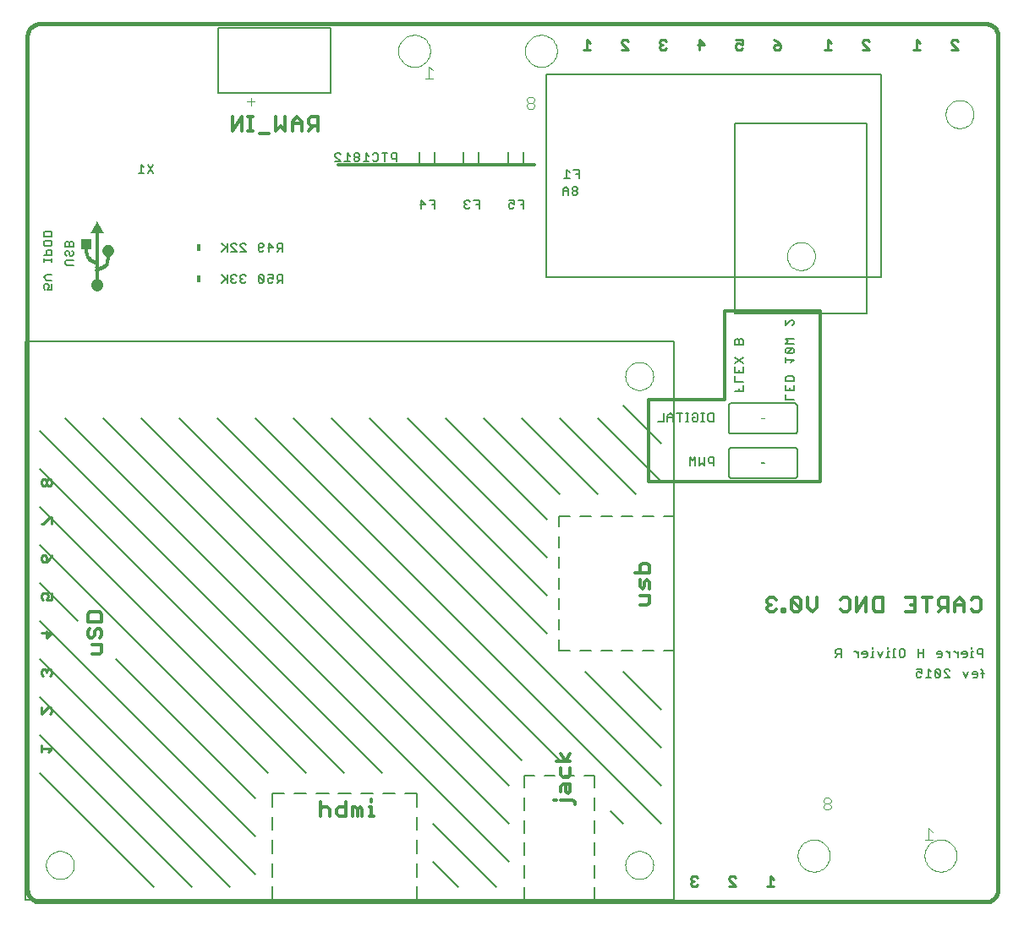
<source format=gbo>
G75*
%MOIN*%
%OFA0B0*%
%FSLAX24Y24*%
%IPPOS*%
%LPD*%
%AMOC8*
5,1,8,0,0,1.08239X$1,22.5*
%
%ADD10C,0.0160*%
%ADD11C,0.0000*%
%ADD12C,0.0140*%
%ADD13C,0.0080*%
%ADD14C,0.0120*%
%ADD15C,0.0040*%
%ADD16C,0.0050*%
%ADD17C,0.0100*%
%ADD18R,0.0130X0.0010*%
%ADD19R,0.0180X0.0010*%
%ADD20R,0.0220X0.0010*%
%ADD21R,0.0250X0.0010*%
%ADD22R,0.0280X0.0010*%
%ADD23R,0.0300X0.0010*%
%ADD24R,0.0320X0.0010*%
%ADD25R,0.0340X0.0010*%
%ADD26R,0.0360X0.0010*%
%ADD27R,0.0370X0.0010*%
%ADD28R,0.0390X0.0010*%
%ADD29R,0.0410X0.0010*%
%ADD30R,0.0430X0.0010*%
%ADD31R,0.0440X0.0010*%
%ADD32R,0.0450X0.0010*%
%ADD33R,0.0460X0.0010*%
%ADD34R,0.0420X0.0010*%
%ADD35R,0.0400X0.0010*%
%ADD36R,0.0380X0.0010*%
%ADD37R,0.0350X0.0010*%
%ADD38R,0.0270X0.0010*%
%ADD39R,0.0240X0.0010*%
%ADD40R,0.0210X0.0010*%
%ADD41R,0.0160X0.0010*%
%ADD42R,0.0140X0.0010*%
%ADD43R,0.0150X0.0010*%
%ADD44R,0.0170X0.0010*%
%ADD45R,0.0190X0.0010*%
%ADD46R,0.0290X0.0010*%
%ADD47R,0.0330X0.0010*%
%ADD48R,0.0260X0.0010*%
%ADD49R,0.0230X0.0010*%
%ADD50R,0.0200X0.0010*%
%ADD51R,0.0310X0.0010*%
%ADD52R,0.0010X0.0010*%
%ADD53R,0.0510X0.0010*%
%ADD54R,0.0500X0.0010*%
%ADD55R,0.0490X0.0010*%
%ADD56R,0.0470X0.0010*%
%ADD57R,0.0120X0.0010*%
%ADD58R,0.0110X0.0010*%
%ADD59R,0.0100X0.0010*%
%ADD60R,0.0080X0.0010*%
%ADD61R,0.0060X0.0010*%
%ADD62R,0.0040X0.0010*%
%ADD63R,0.0020X0.0010*%
%ADD64R,0.0180X0.0300*%
%ADD65C,0.0060*%
D10*
X008367Y006725D02*
X008367Y040371D01*
X008369Y040415D01*
X008375Y040458D01*
X008384Y040500D01*
X008397Y040542D01*
X008414Y040582D01*
X008434Y040621D01*
X008457Y040658D01*
X008484Y040692D01*
X008513Y040725D01*
X008546Y040754D01*
X008580Y040781D01*
X008617Y040804D01*
X008656Y040824D01*
X008696Y040841D01*
X008738Y040854D01*
X008780Y040863D01*
X008823Y040869D01*
X008867Y040871D01*
X046135Y040871D01*
X046179Y040869D01*
X046222Y040863D01*
X046264Y040854D01*
X046306Y040841D01*
X046346Y040824D01*
X046385Y040804D01*
X046422Y040781D01*
X046456Y040754D01*
X046489Y040725D01*
X046518Y040692D01*
X046545Y040658D01*
X046568Y040621D01*
X046588Y040582D01*
X046605Y040542D01*
X046618Y040500D01*
X046627Y040458D01*
X046633Y040415D01*
X046635Y040371D01*
X046635Y006725D01*
X046633Y006681D01*
X046627Y006638D01*
X046618Y006596D01*
X046605Y006554D01*
X046588Y006514D01*
X046568Y006475D01*
X046545Y006438D01*
X046518Y006404D01*
X046489Y006371D01*
X046456Y006342D01*
X046422Y006315D01*
X046385Y006292D01*
X046346Y006272D01*
X046306Y006255D01*
X046264Y006242D01*
X046222Y006233D01*
X046179Y006227D01*
X046135Y006225D01*
X008867Y006225D01*
X008823Y006227D01*
X008780Y006233D01*
X008738Y006242D01*
X008696Y006255D01*
X008656Y006272D01*
X008617Y006292D01*
X008580Y006315D01*
X008546Y006342D01*
X008513Y006371D01*
X008484Y006404D01*
X008457Y006438D01*
X008434Y006475D01*
X008414Y006514D01*
X008397Y006554D01*
X008384Y006596D01*
X008375Y006638D01*
X008369Y006681D01*
X008367Y006725D01*
D11*
X009103Y007678D02*
X009105Y007725D01*
X009111Y007771D01*
X009121Y007817D01*
X009134Y007862D01*
X009152Y007905D01*
X009173Y007947D01*
X009197Y007987D01*
X009225Y008024D01*
X009256Y008059D01*
X009290Y008092D01*
X009326Y008121D01*
X009365Y008147D01*
X009406Y008170D01*
X009449Y008189D01*
X009493Y008205D01*
X009538Y008217D01*
X009584Y008225D01*
X009631Y008229D01*
X009677Y008229D01*
X009724Y008225D01*
X009770Y008217D01*
X009815Y008205D01*
X009859Y008189D01*
X009902Y008170D01*
X009943Y008147D01*
X009982Y008121D01*
X010018Y008092D01*
X010052Y008059D01*
X010083Y008024D01*
X010111Y007987D01*
X010135Y007947D01*
X010156Y007905D01*
X010174Y007862D01*
X010187Y007817D01*
X010197Y007771D01*
X010203Y007725D01*
X010205Y007678D01*
X010203Y007631D01*
X010197Y007585D01*
X010187Y007539D01*
X010174Y007494D01*
X010156Y007451D01*
X010135Y007409D01*
X010111Y007369D01*
X010083Y007332D01*
X010052Y007297D01*
X010018Y007264D01*
X009982Y007235D01*
X009943Y007209D01*
X009902Y007186D01*
X009859Y007167D01*
X009815Y007151D01*
X009770Y007139D01*
X009724Y007131D01*
X009677Y007127D01*
X009631Y007127D01*
X009584Y007131D01*
X009538Y007139D01*
X009493Y007151D01*
X009449Y007167D01*
X009406Y007186D01*
X009365Y007209D01*
X009326Y007235D01*
X009290Y007264D01*
X009256Y007297D01*
X009225Y007332D01*
X009197Y007369D01*
X009173Y007409D01*
X009152Y007451D01*
X009134Y007494D01*
X009121Y007539D01*
X009111Y007585D01*
X009105Y007631D01*
X009103Y007678D01*
X031938Y007678D02*
X031940Y007725D01*
X031946Y007771D01*
X031956Y007817D01*
X031969Y007862D01*
X031987Y007905D01*
X032008Y007947D01*
X032032Y007987D01*
X032060Y008024D01*
X032091Y008059D01*
X032125Y008092D01*
X032161Y008121D01*
X032200Y008147D01*
X032241Y008170D01*
X032284Y008189D01*
X032328Y008205D01*
X032373Y008217D01*
X032419Y008225D01*
X032466Y008229D01*
X032512Y008229D01*
X032559Y008225D01*
X032605Y008217D01*
X032650Y008205D01*
X032694Y008189D01*
X032737Y008170D01*
X032778Y008147D01*
X032817Y008121D01*
X032853Y008092D01*
X032887Y008059D01*
X032918Y008024D01*
X032946Y007987D01*
X032970Y007947D01*
X032991Y007905D01*
X033009Y007862D01*
X033022Y007817D01*
X033032Y007771D01*
X033038Y007725D01*
X033040Y007678D01*
X033038Y007631D01*
X033032Y007585D01*
X033022Y007539D01*
X033009Y007494D01*
X032991Y007451D01*
X032970Y007409D01*
X032946Y007369D01*
X032918Y007332D01*
X032887Y007297D01*
X032853Y007264D01*
X032817Y007235D01*
X032778Y007209D01*
X032737Y007186D01*
X032694Y007167D01*
X032650Y007151D01*
X032605Y007139D01*
X032559Y007131D01*
X032512Y007127D01*
X032466Y007127D01*
X032419Y007131D01*
X032373Y007139D01*
X032328Y007151D01*
X032284Y007167D01*
X032241Y007186D01*
X032200Y007209D01*
X032161Y007235D01*
X032125Y007264D01*
X032091Y007297D01*
X032060Y007332D01*
X032032Y007369D01*
X032008Y007409D01*
X031987Y007451D01*
X031969Y007494D01*
X031956Y007539D01*
X031946Y007585D01*
X031940Y007631D01*
X031938Y007678D01*
X038737Y008050D02*
X038739Y008100D01*
X038745Y008150D01*
X038755Y008199D01*
X038769Y008247D01*
X038786Y008294D01*
X038807Y008339D01*
X038832Y008383D01*
X038860Y008424D01*
X038892Y008463D01*
X038926Y008500D01*
X038963Y008534D01*
X039003Y008564D01*
X039045Y008591D01*
X039089Y008615D01*
X039135Y008636D01*
X039182Y008652D01*
X039230Y008665D01*
X039280Y008674D01*
X039329Y008679D01*
X039380Y008680D01*
X039430Y008677D01*
X039479Y008670D01*
X039528Y008659D01*
X039576Y008644D01*
X039622Y008626D01*
X039667Y008604D01*
X039710Y008578D01*
X039751Y008549D01*
X039790Y008517D01*
X039826Y008482D01*
X039858Y008444D01*
X039888Y008404D01*
X039915Y008361D01*
X039938Y008317D01*
X039957Y008271D01*
X039973Y008223D01*
X039985Y008174D01*
X039993Y008125D01*
X039997Y008075D01*
X039997Y008025D01*
X039993Y007975D01*
X039985Y007926D01*
X039973Y007877D01*
X039957Y007829D01*
X039938Y007783D01*
X039915Y007739D01*
X039888Y007696D01*
X039858Y007656D01*
X039826Y007618D01*
X039790Y007583D01*
X039751Y007551D01*
X039710Y007522D01*
X039667Y007496D01*
X039622Y007474D01*
X039576Y007456D01*
X039528Y007441D01*
X039479Y007430D01*
X039430Y007423D01*
X039380Y007420D01*
X039329Y007421D01*
X039280Y007426D01*
X039230Y007435D01*
X039182Y007448D01*
X039135Y007464D01*
X039089Y007485D01*
X039045Y007509D01*
X039003Y007536D01*
X038963Y007566D01*
X038926Y007600D01*
X038892Y007637D01*
X038860Y007676D01*
X038832Y007717D01*
X038807Y007761D01*
X038786Y007806D01*
X038769Y007853D01*
X038755Y007901D01*
X038745Y007950D01*
X038739Y008000D01*
X038737Y008050D01*
X043737Y008050D02*
X043739Y008100D01*
X043745Y008150D01*
X043755Y008199D01*
X043769Y008247D01*
X043786Y008294D01*
X043807Y008339D01*
X043832Y008383D01*
X043860Y008424D01*
X043892Y008463D01*
X043926Y008500D01*
X043963Y008534D01*
X044003Y008564D01*
X044045Y008591D01*
X044089Y008615D01*
X044135Y008636D01*
X044182Y008652D01*
X044230Y008665D01*
X044280Y008674D01*
X044329Y008679D01*
X044380Y008680D01*
X044430Y008677D01*
X044479Y008670D01*
X044528Y008659D01*
X044576Y008644D01*
X044622Y008626D01*
X044667Y008604D01*
X044710Y008578D01*
X044751Y008549D01*
X044790Y008517D01*
X044826Y008482D01*
X044858Y008444D01*
X044888Y008404D01*
X044915Y008361D01*
X044938Y008317D01*
X044957Y008271D01*
X044973Y008223D01*
X044985Y008174D01*
X044993Y008125D01*
X044997Y008075D01*
X044997Y008025D01*
X044993Y007975D01*
X044985Y007926D01*
X044973Y007877D01*
X044957Y007829D01*
X044938Y007783D01*
X044915Y007739D01*
X044888Y007696D01*
X044858Y007656D01*
X044826Y007618D01*
X044790Y007583D01*
X044751Y007551D01*
X044710Y007522D01*
X044667Y007496D01*
X044622Y007474D01*
X044576Y007456D01*
X044528Y007441D01*
X044479Y007430D01*
X044430Y007423D01*
X044380Y007420D01*
X044329Y007421D01*
X044280Y007426D01*
X044230Y007435D01*
X044182Y007448D01*
X044135Y007464D01*
X044089Y007485D01*
X044045Y007509D01*
X044003Y007536D01*
X043963Y007566D01*
X043926Y007600D01*
X043892Y007637D01*
X043860Y007676D01*
X043832Y007717D01*
X043807Y007761D01*
X043786Y007806D01*
X043769Y007853D01*
X043755Y007901D01*
X043745Y007950D01*
X043739Y008000D01*
X043737Y008050D01*
X037405Y023550D02*
X037404Y023550D01*
X037402Y023551D01*
X037402Y023558D01*
X037401Y023558D02*
X037404Y023558D01*
X037399Y023558D02*
X037399Y023551D01*
X037398Y023550D01*
X037395Y023550D01*
X037394Y023551D01*
X037394Y023558D01*
X037392Y023558D02*
X037389Y023555D01*
X037387Y023558D01*
X037387Y023550D01*
X037385Y023550D02*
X037385Y023558D01*
X037381Y023558D01*
X037379Y023557D01*
X037379Y023554D01*
X037381Y023553D01*
X037385Y023553D01*
X037392Y023550D02*
X037392Y023558D01*
X037377Y023558D02*
X037377Y023550D01*
X037372Y023550D01*
X037370Y023550D02*
X037370Y023558D01*
X037366Y023558D01*
X037365Y023557D01*
X037365Y023554D01*
X037366Y023553D01*
X037370Y023553D01*
X037367Y023553D02*
X037365Y023550D01*
X037363Y023554D02*
X037358Y023554D01*
X037356Y023553D02*
X037352Y023553D01*
X037350Y023554D01*
X037350Y023557D01*
X037352Y023558D01*
X037356Y023558D01*
X037356Y023550D01*
X037348Y023550D02*
X037348Y023555D01*
X037346Y023558D01*
X037343Y023555D01*
X037343Y023550D01*
X037341Y023550D02*
X037337Y023550D01*
X037336Y023551D01*
X037336Y023557D01*
X037337Y023558D01*
X037341Y023558D01*
X037341Y023550D01*
X037343Y023554D02*
X037348Y023554D01*
X037334Y023554D02*
X037329Y023554D01*
X037327Y023557D02*
X037325Y023558D01*
X037323Y023558D01*
X037321Y023557D01*
X037321Y023555D01*
X037323Y023554D01*
X037321Y023553D01*
X037321Y023551D01*
X037323Y023550D01*
X037325Y023550D01*
X037327Y023551D01*
X037324Y023554D02*
X037323Y023554D01*
X037319Y023554D02*
X037314Y023554D01*
X037312Y023558D02*
X037307Y023550D01*
X037307Y023558D01*
X037305Y023557D02*
X037305Y023551D01*
X037303Y023550D01*
X037301Y023550D01*
X037300Y023551D01*
X037300Y023557D01*
X037301Y023558D01*
X037303Y023558D01*
X037305Y023557D01*
X037312Y023558D02*
X037312Y023550D01*
X037372Y023558D02*
X037377Y023558D01*
X037377Y023554D02*
X037375Y023554D01*
X037405Y023550D02*
X037406Y023551D01*
X037405Y025300D02*
X037404Y025300D01*
X037402Y025301D01*
X037402Y025308D01*
X037401Y025308D02*
X037404Y025308D01*
X037399Y025308D02*
X037399Y025301D01*
X037398Y025300D01*
X037395Y025300D01*
X037394Y025301D01*
X037394Y025308D01*
X037392Y025308D02*
X037389Y025305D01*
X037387Y025308D01*
X037387Y025300D01*
X037385Y025300D02*
X037385Y025308D01*
X037381Y025308D01*
X037379Y025307D01*
X037379Y025304D01*
X037381Y025303D01*
X037385Y025303D01*
X037392Y025300D02*
X037392Y025308D01*
X037377Y025308D02*
X037377Y025300D01*
X037372Y025300D01*
X037370Y025300D02*
X037370Y025308D01*
X037366Y025308D01*
X037365Y025307D01*
X037365Y025304D01*
X037366Y025303D01*
X037370Y025303D01*
X037367Y025303D02*
X037365Y025300D01*
X037363Y025304D02*
X037358Y025304D01*
X037356Y025303D02*
X037352Y025303D01*
X037350Y025304D01*
X037350Y025307D01*
X037352Y025308D01*
X037356Y025308D01*
X037356Y025300D01*
X037348Y025300D02*
X037348Y025305D01*
X037346Y025308D01*
X037343Y025305D01*
X037343Y025300D01*
X037341Y025300D02*
X037337Y025300D01*
X037336Y025301D01*
X037336Y025307D01*
X037337Y025308D01*
X037341Y025308D01*
X037341Y025300D01*
X037343Y025304D02*
X037348Y025304D01*
X037334Y025304D02*
X037329Y025304D01*
X037327Y025307D02*
X037325Y025308D01*
X037323Y025308D01*
X037321Y025307D01*
X037321Y025305D01*
X037323Y025304D01*
X037321Y025303D01*
X037321Y025301D01*
X037323Y025300D01*
X037325Y025300D01*
X037327Y025301D01*
X037324Y025304D02*
X037323Y025304D01*
X037319Y025304D02*
X037314Y025304D01*
X037312Y025308D02*
X037307Y025300D01*
X037307Y025308D01*
X037305Y025307D02*
X037305Y025301D01*
X037303Y025300D01*
X037301Y025300D01*
X037300Y025301D01*
X037300Y025307D01*
X037301Y025308D01*
X037303Y025308D01*
X037305Y025307D01*
X037312Y025308D02*
X037312Y025300D01*
X037372Y025308D02*
X037377Y025308D01*
X037377Y025304D02*
X037375Y025304D01*
X037405Y025300D02*
X037406Y025301D01*
X031938Y026969D02*
X031940Y027016D01*
X031946Y027062D01*
X031956Y027108D01*
X031969Y027153D01*
X031987Y027196D01*
X032008Y027238D01*
X032032Y027278D01*
X032060Y027315D01*
X032091Y027350D01*
X032125Y027383D01*
X032161Y027412D01*
X032200Y027438D01*
X032241Y027461D01*
X032284Y027480D01*
X032328Y027496D01*
X032373Y027508D01*
X032419Y027516D01*
X032466Y027520D01*
X032512Y027520D01*
X032559Y027516D01*
X032605Y027508D01*
X032650Y027496D01*
X032694Y027480D01*
X032737Y027461D01*
X032778Y027438D01*
X032817Y027412D01*
X032853Y027383D01*
X032887Y027350D01*
X032918Y027315D01*
X032946Y027278D01*
X032970Y027238D01*
X032991Y027196D01*
X033009Y027153D01*
X033022Y027108D01*
X033032Y027062D01*
X033038Y027016D01*
X033040Y026969D01*
X033038Y026922D01*
X033032Y026876D01*
X033022Y026830D01*
X033009Y026785D01*
X032991Y026742D01*
X032970Y026700D01*
X032946Y026660D01*
X032918Y026623D01*
X032887Y026588D01*
X032853Y026555D01*
X032817Y026526D01*
X032778Y026500D01*
X032737Y026477D01*
X032694Y026458D01*
X032650Y026442D01*
X032605Y026430D01*
X032559Y026422D01*
X032512Y026418D01*
X032466Y026418D01*
X032419Y026422D01*
X032373Y026430D01*
X032328Y026442D01*
X032284Y026458D01*
X032241Y026477D01*
X032200Y026500D01*
X032161Y026526D01*
X032125Y026555D01*
X032091Y026588D01*
X032060Y026623D01*
X032032Y026660D01*
X032008Y026700D01*
X031987Y026742D01*
X031969Y026785D01*
X031956Y026830D01*
X031946Y026876D01*
X031940Y026922D01*
X031938Y026969D01*
X038316Y031700D02*
X038318Y031747D01*
X038324Y031793D01*
X038334Y031839D01*
X038347Y031884D01*
X038365Y031927D01*
X038386Y031969D01*
X038410Y032009D01*
X038438Y032046D01*
X038469Y032081D01*
X038503Y032114D01*
X038539Y032143D01*
X038578Y032169D01*
X038619Y032192D01*
X038662Y032211D01*
X038706Y032227D01*
X038751Y032239D01*
X038797Y032247D01*
X038844Y032251D01*
X038890Y032251D01*
X038937Y032247D01*
X038983Y032239D01*
X039028Y032227D01*
X039072Y032211D01*
X039115Y032192D01*
X039156Y032169D01*
X039195Y032143D01*
X039231Y032114D01*
X039265Y032081D01*
X039296Y032046D01*
X039324Y032009D01*
X039348Y031969D01*
X039369Y031927D01*
X039387Y031884D01*
X039400Y031839D01*
X039410Y031793D01*
X039416Y031747D01*
X039418Y031700D01*
X039416Y031653D01*
X039410Y031607D01*
X039400Y031561D01*
X039387Y031516D01*
X039369Y031473D01*
X039348Y031431D01*
X039324Y031391D01*
X039296Y031354D01*
X039265Y031319D01*
X039231Y031286D01*
X039195Y031257D01*
X039156Y031231D01*
X039115Y031208D01*
X039072Y031189D01*
X039028Y031173D01*
X038983Y031161D01*
X038937Y031153D01*
X038890Y031149D01*
X038844Y031149D01*
X038797Y031153D01*
X038751Y031161D01*
X038706Y031173D01*
X038662Y031189D01*
X038619Y031208D01*
X038578Y031231D01*
X038539Y031257D01*
X038503Y031286D01*
X038469Y031319D01*
X038438Y031354D01*
X038410Y031391D01*
X038386Y031431D01*
X038365Y031473D01*
X038347Y031516D01*
X038334Y031561D01*
X038324Y031607D01*
X038318Y031653D01*
X038316Y031700D01*
X044566Y037300D02*
X044568Y037347D01*
X044574Y037393D01*
X044584Y037439D01*
X044597Y037484D01*
X044615Y037527D01*
X044636Y037569D01*
X044660Y037609D01*
X044688Y037646D01*
X044719Y037681D01*
X044753Y037714D01*
X044789Y037743D01*
X044828Y037769D01*
X044869Y037792D01*
X044912Y037811D01*
X044956Y037827D01*
X045001Y037839D01*
X045047Y037847D01*
X045094Y037851D01*
X045140Y037851D01*
X045187Y037847D01*
X045233Y037839D01*
X045278Y037827D01*
X045322Y037811D01*
X045365Y037792D01*
X045406Y037769D01*
X045445Y037743D01*
X045481Y037714D01*
X045515Y037681D01*
X045546Y037646D01*
X045574Y037609D01*
X045598Y037569D01*
X045619Y037527D01*
X045637Y037484D01*
X045650Y037439D01*
X045660Y037393D01*
X045666Y037347D01*
X045668Y037300D01*
X045666Y037253D01*
X045660Y037207D01*
X045650Y037161D01*
X045637Y037116D01*
X045619Y037073D01*
X045598Y037031D01*
X045574Y036991D01*
X045546Y036954D01*
X045515Y036919D01*
X045481Y036886D01*
X045445Y036857D01*
X045406Y036831D01*
X045365Y036808D01*
X045322Y036789D01*
X045278Y036773D01*
X045233Y036761D01*
X045187Y036753D01*
X045140Y036749D01*
X045094Y036749D01*
X045047Y036753D01*
X045001Y036761D01*
X044956Y036773D01*
X044912Y036789D01*
X044869Y036808D01*
X044828Y036831D01*
X044789Y036857D01*
X044753Y036886D01*
X044719Y036919D01*
X044688Y036954D01*
X044660Y036991D01*
X044636Y037031D01*
X044615Y037073D01*
X044597Y037116D01*
X044584Y037161D01*
X044574Y037207D01*
X044568Y037253D01*
X044566Y037300D01*
X027987Y039800D02*
X027989Y039850D01*
X027995Y039900D01*
X028005Y039949D01*
X028019Y039997D01*
X028036Y040044D01*
X028057Y040089D01*
X028082Y040133D01*
X028110Y040174D01*
X028142Y040213D01*
X028176Y040250D01*
X028213Y040284D01*
X028253Y040314D01*
X028295Y040341D01*
X028339Y040365D01*
X028385Y040386D01*
X028432Y040402D01*
X028480Y040415D01*
X028530Y040424D01*
X028579Y040429D01*
X028630Y040430D01*
X028680Y040427D01*
X028729Y040420D01*
X028778Y040409D01*
X028826Y040394D01*
X028872Y040376D01*
X028917Y040354D01*
X028960Y040328D01*
X029001Y040299D01*
X029040Y040267D01*
X029076Y040232D01*
X029108Y040194D01*
X029138Y040154D01*
X029165Y040111D01*
X029188Y040067D01*
X029207Y040021D01*
X029223Y039973D01*
X029235Y039924D01*
X029243Y039875D01*
X029247Y039825D01*
X029247Y039775D01*
X029243Y039725D01*
X029235Y039676D01*
X029223Y039627D01*
X029207Y039579D01*
X029188Y039533D01*
X029165Y039489D01*
X029138Y039446D01*
X029108Y039406D01*
X029076Y039368D01*
X029040Y039333D01*
X029001Y039301D01*
X028960Y039272D01*
X028917Y039246D01*
X028872Y039224D01*
X028826Y039206D01*
X028778Y039191D01*
X028729Y039180D01*
X028680Y039173D01*
X028630Y039170D01*
X028579Y039171D01*
X028530Y039176D01*
X028480Y039185D01*
X028432Y039198D01*
X028385Y039214D01*
X028339Y039235D01*
X028295Y039259D01*
X028253Y039286D01*
X028213Y039316D01*
X028176Y039350D01*
X028142Y039387D01*
X028110Y039426D01*
X028082Y039467D01*
X028057Y039511D01*
X028036Y039556D01*
X028019Y039603D01*
X028005Y039651D01*
X027995Y039700D01*
X027989Y039750D01*
X027987Y039800D01*
X022987Y039800D02*
X022989Y039850D01*
X022995Y039900D01*
X023005Y039949D01*
X023019Y039997D01*
X023036Y040044D01*
X023057Y040089D01*
X023082Y040133D01*
X023110Y040174D01*
X023142Y040213D01*
X023176Y040250D01*
X023213Y040284D01*
X023253Y040314D01*
X023295Y040341D01*
X023339Y040365D01*
X023385Y040386D01*
X023432Y040402D01*
X023480Y040415D01*
X023530Y040424D01*
X023579Y040429D01*
X023630Y040430D01*
X023680Y040427D01*
X023729Y040420D01*
X023778Y040409D01*
X023826Y040394D01*
X023872Y040376D01*
X023917Y040354D01*
X023960Y040328D01*
X024001Y040299D01*
X024040Y040267D01*
X024076Y040232D01*
X024108Y040194D01*
X024138Y040154D01*
X024165Y040111D01*
X024188Y040067D01*
X024207Y040021D01*
X024223Y039973D01*
X024235Y039924D01*
X024243Y039875D01*
X024247Y039825D01*
X024247Y039775D01*
X024243Y039725D01*
X024235Y039676D01*
X024223Y039627D01*
X024207Y039579D01*
X024188Y039533D01*
X024165Y039489D01*
X024138Y039446D01*
X024108Y039406D01*
X024076Y039368D01*
X024040Y039333D01*
X024001Y039301D01*
X023960Y039272D01*
X023917Y039246D01*
X023872Y039224D01*
X023826Y039206D01*
X023778Y039191D01*
X023729Y039180D01*
X023680Y039173D01*
X023630Y039170D01*
X023579Y039171D01*
X023530Y039176D01*
X023480Y039185D01*
X023432Y039198D01*
X023385Y039214D01*
X023339Y039235D01*
X023295Y039259D01*
X023253Y039286D01*
X023213Y039316D01*
X023176Y039350D01*
X023142Y039387D01*
X023110Y039426D01*
X023082Y039467D01*
X023057Y039511D01*
X023036Y039556D01*
X023019Y039603D01*
X023005Y039651D01*
X022995Y039700D01*
X022989Y039750D01*
X022987Y039800D01*
D12*
X019824Y037205D02*
X019544Y037205D01*
X019451Y037112D01*
X019451Y036925D01*
X019544Y036832D01*
X019824Y036832D01*
X019638Y036832D02*
X019451Y036645D01*
X019180Y036645D02*
X019180Y037019D01*
X018993Y037205D01*
X018806Y037019D01*
X018806Y036645D01*
X018535Y036645D02*
X018348Y036832D01*
X018162Y036645D01*
X018162Y037205D01*
X018535Y037205D02*
X018535Y036645D01*
X018806Y036925D02*
X019180Y036925D01*
X019824Y036645D02*
X019824Y037205D01*
X017891Y036552D02*
X017517Y036552D01*
X017246Y036645D02*
X017059Y036645D01*
X017153Y036645D02*
X017153Y037205D01*
X017246Y037205D02*
X017059Y037205D01*
X016816Y037205D02*
X016443Y036645D01*
X016443Y037205D01*
X016816Y037205D02*
X016816Y036645D01*
X032610Y019591D02*
X032517Y019498D01*
X032517Y019218D01*
X032330Y019218D02*
X032891Y019218D01*
X032891Y019498D01*
X032797Y019591D01*
X032610Y019591D01*
X032517Y018947D02*
X032517Y018666D01*
X032610Y018573D01*
X032704Y018666D01*
X032704Y018853D01*
X032797Y018947D01*
X032891Y018853D01*
X032891Y018573D01*
X032891Y018302D02*
X032517Y018302D01*
X032517Y017928D02*
X032797Y017928D01*
X032891Y018022D01*
X032891Y018302D01*
X037516Y018137D02*
X037516Y018044D01*
X037610Y017950D01*
X037516Y017857D01*
X037516Y017763D01*
X037610Y017670D01*
X037797Y017670D01*
X037890Y017763D01*
X038119Y017763D02*
X038119Y017670D01*
X038212Y017670D01*
X038212Y017763D01*
X038119Y017763D01*
X038483Y017763D02*
X038577Y017670D01*
X038763Y017670D01*
X038857Y017763D01*
X038483Y018137D01*
X038483Y017763D01*
X038857Y017763D02*
X038857Y018137D01*
X038763Y018230D01*
X038577Y018230D01*
X038483Y018137D01*
X037890Y018137D02*
X037797Y018230D01*
X037610Y018230D01*
X037516Y018137D01*
X037610Y017950D02*
X037703Y017950D01*
X039128Y017857D02*
X039315Y017670D01*
X039501Y017857D01*
X039501Y018230D01*
X039128Y018230D02*
X039128Y017857D01*
X040417Y017763D02*
X040510Y017670D01*
X040697Y017670D01*
X040790Y017763D01*
X040790Y018137D01*
X040697Y018230D01*
X040510Y018230D01*
X040417Y018137D01*
X041061Y018230D02*
X041061Y017670D01*
X041435Y018230D01*
X041435Y017670D01*
X041706Y017763D02*
X041706Y018137D01*
X041799Y018230D01*
X042080Y018230D01*
X042080Y017670D01*
X041799Y017670D01*
X041706Y017763D01*
X042995Y017670D02*
X043369Y017670D01*
X043369Y018230D01*
X042995Y018230D01*
X043182Y017950D02*
X043369Y017950D01*
X043640Y018230D02*
X044013Y018230D01*
X043826Y018230D02*
X043826Y017670D01*
X044284Y017670D02*
X044471Y017857D01*
X044378Y017857D02*
X044658Y017857D01*
X044658Y017670D02*
X044658Y018230D01*
X044378Y018230D01*
X044284Y018137D01*
X044284Y017950D01*
X044378Y017857D01*
X044929Y017950D02*
X045302Y017950D01*
X045302Y018044D02*
X045116Y018230D01*
X044929Y018044D01*
X044929Y017670D01*
X045302Y017670D02*
X045302Y018044D01*
X045573Y018137D02*
X045667Y018230D01*
X045853Y018230D01*
X045947Y018137D01*
X045947Y017763D01*
X045853Y017670D01*
X045667Y017670D01*
X045573Y017763D01*
X029772Y012066D02*
X029586Y011786D01*
X029399Y012066D01*
X029212Y011786D02*
X029772Y011786D01*
X029772Y011515D02*
X029772Y011234D01*
X029679Y011141D01*
X029492Y011141D01*
X029399Y011234D01*
X029399Y011515D01*
X029492Y010870D02*
X029772Y010870D01*
X029772Y010590D01*
X029679Y010497D01*
X029586Y010590D01*
X029586Y010870D01*
X029492Y010870D02*
X029399Y010777D01*
X029399Y010590D01*
X029399Y010254D02*
X029866Y010254D01*
X029959Y010160D01*
X029959Y010067D01*
X029212Y010254D02*
X029119Y010254D01*
X022028Y009604D02*
X021841Y009604D01*
X021934Y009604D02*
X021934Y009978D01*
X021841Y009978D01*
X021934Y010165D02*
X021934Y010258D01*
X021570Y009884D02*
X021570Y009604D01*
X021383Y009604D02*
X021383Y009884D01*
X021477Y009978D01*
X021570Y009884D01*
X021383Y009884D02*
X021290Y009978D01*
X021196Y009978D01*
X021196Y009604D01*
X020926Y009604D02*
X020645Y009604D01*
X020552Y009698D01*
X020552Y009884D01*
X020645Y009978D01*
X020926Y009978D01*
X020926Y010165D02*
X020926Y009604D01*
X020281Y009604D02*
X020281Y009884D01*
X020188Y009978D01*
X020001Y009978D01*
X019907Y009884D01*
X019907Y009604D02*
X019907Y010165D01*
X011300Y016091D02*
X011300Y016371D01*
X010926Y016371D01*
X010926Y016642D02*
X011020Y016735D01*
X011020Y016922D01*
X011113Y017016D01*
X011207Y017016D01*
X011300Y016922D01*
X011300Y016735D01*
X011207Y016642D01*
X010926Y016642D02*
X010833Y016642D01*
X010740Y016735D01*
X010740Y016922D01*
X010833Y017016D01*
X010740Y017286D02*
X010740Y017567D01*
X010833Y017660D01*
X011207Y017660D01*
X011300Y017567D01*
X011300Y017286D01*
X010740Y017286D01*
X010926Y015997D02*
X011207Y015997D01*
X011300Y016091D01*
D13*
X009327Y030385D02*
X009167Y030385D01*
X009220Y030491D01*
X009220Y030545D01*
X009167Y030598D01*
X009060Y030598D01*
X009007Y030545D01*
X009007Y030438D01*
X009060Y030385D01*
X009327Y030385D02*
X009327Y030598D01*
X009327Y030753D02*
X009114Y030753D01*
X009007Y030860D01*
X009114Y030966D01*
X009327Y030966D01*
X009327Y031490D02*
X009327Y031596D01*
X009327Y031543D02*
X009007Y031543D01*
X009007Y031490D02*
X009007Y031596D01*
X009007Y031735D02*
X009327Y031735D01*
X009327Y031895D01*
X009274Y031949D01*
X009167Y031949D01*
X009114Y031895D01*
X009114Y031735D01*
X009060Y032103D02*
X009007Y032157D01*
X009007Y032264D01*
X009060Y032317D01*
X009274Y032317D01*
X009327Y032264D01*
X009327Y032157D01*
X009274Y032103D01*
X009060Y032103D01*
X009007Y032472D02*
X009007Y032632D01*
X009060Y032685D01*
X009274Y032685D01*
X009327Y032632D01*
X009327Y032472D01*
X009007Y032472D01*
X009857Y032237D02*
X009857Y032077D01*
X010177Y032077D01*
X010177Y032237D01*
X010124Y032290D01*
X010070Y032290D01*
X010017Y032237D01*
X010017Y032077D01*
X010017Y032237D02*
X009964Y032290D01*
X009910Y032290D01*
X009857Y032237D01*
X009910Y031922D02*
X009857Y031868D01*
X009857Y031762D01*
X009910Y031708D01*
X010017Y031762D02*
X010017Y031868D01*
X009964Y031922D01*
X009910Y031922D01*
X010017Y031762D02*
X010070Y031708D01*
X010124Y031708D01*
X010177Y031762D01*
X010177Y031868D01*
X010124Y031922D01*
X010177Y031554D02*
X009910Y031554D01*
X009857Y031500D01*
X009857Y031393D01*
X009910Y031340D01*
X010177Y031340D01*
X012745Y034990D02*
X012959Y034990D01*
X012852Y034990D02*
X012852Y035310D01*
X012959Y035204D01*
X013113Y035310D02*
X013327Y034990D01*
X013113Y034990D02*
X013327Y035310D01*
X015896Y038146D02*
X015896Y040706D01*
X020306Y040706D01*
X020306Y038146D01*
X015896Y038146D01*
X020503Y035707D02*
X020557Y035760D01*
X020664Y035760D01*
X020717Y035707D01*
X020503Y035707D02*
X020503Y035654D01*
X020717Y035440D01*
X020503Y035440D01*
X020872Y035440D02*
X021085Y035440D01*
X020979Y035440D02*
X020979Y035760D01*
X021085Y035654D01*
X021240Y035654D02*
X021293Y035600D01*
X021400Y035600D01*
X021454Y035654D01*
X021454Y035707D01*
X021400Y035760D01*
X021293Y035760D01*
X021240Y035707D01*
X021240Y035654D01*
X021293Y035600D02*
X021240Y035547D01*
X021240Y035493D01*
X021293Y035440D01*
X021400Y035440D01*
X021454Y035493D01*
X021454Y035547D01*
X021400Y035600D01*
X021608Y035440D02*
X021822Y035440D01*
X021715Y035440D02*
X021715Y035760D01*
X021822Y035654D01*
X021977Y035707D02*
X022030Y035760D01*
X022137Y035760D01*
X022190Y035707D01*
X022190Y035493D01*
X022137Y035440D01*
X022030Y035440D01*
X021977Y035493D01*
X022345Y035760D02*
X022559Y035760D01*
X022452Y035760D02*
X022452Y035440D01*
X022713Y035600D02*
X022767Y035547D01*
X022927Y035547D01*
X022927Y035440D02*
X022927Y035760D01*
X022767Y035760D01*
X022713Y035707D01*
X022713Y035600D01*
X023817Y035800D02*
X023817Y035300D01*
X024417Y035300D02*
X024417Y035800D01*
X025567Y035800D02*
X025567Y035300D01*
X026167Y035300D02*
X026167Y035800D01*
X027317Y035800D02*
X027317Y035300D01*
X027917Y035300D02*
X027917Y035800D01*
X029526Y034780D02*
X029740Y034780D01*
X029633Y034780D02*
X029633Y035100D01*
X029740Y034994D01*
X029894Y035100D02*
X030108Y035100D01*
X030108Y034780D01*
X030108Y034940D02*
X030001Y034940D01*
X030005Y034437D02*
X029898Y034437D01*
X029844Y034383D01*
X029844Y034330D01*
X029898Y034277D01*
X030005Y034277D01*
X030058Y034330D01*
X030058Y034383D01*
X030005Y034437D01*
X030005Y034277D02*
X030058Y034223D01*
X030058Y034170D01*
X030005Y034116D01*
X029898Y034116D01*
X029844Y034170D01*
X029844Y034223D01*
X029898Y034277D01*
X029690Y034277D02*
X029476Y034277D01*
X029476Y034330D02*
X029476Y034116D01*
X029690Y034116D02*
X029690Y034330D01*
X029583Y034437D01*
X029476Y034330D01*
X027927Y033910D02*
X027713Y033910D01*
X027559Y033910D02*
X027559Y033750D01*
X027452Y033804D01*
X027398Y033804D01*
X027345Y033750D01*
X027345Y033643D01*
X027398Y033590D01*
X027505Y033590D01*
X027559Y033643D01*
X027559Y033910D02*
X027345Y033910D01*
X027820Y033750D02*
X027927Y033750D01*
X027927Y033590D02*
X027927Y033910D01*
X026177Y033910D02*
X025963Y033910D01*
X025809Y033857D02*
X025755Y033910D01*
X025648Y033910D01*
X025595Y033857D01*
X025595Y033804D01*
X025648Y033750D01*
X025595Y033697D01*
X025595Y033643D01*
X025648Y033590D01*
X025755Y033590D01*
X025809Y033643D01*
X025702Y033750D02*
X025648Y033750D01*
X026070Y033750D02*
X026177Y033750D01*
X026177Y033590D02*
X026177Y033910D01*
X024427Y033910D02*
X024213Y033910D01*
X024320Y033750D02*
X024427Y033750D01*
X024427Y033590D02*
X024427Y033910D01*
X024059Y033750D02*
X023845Y033750D01*
X023898Y033590D02*
X023898Y033910D01*
X024059Y033750D01*
X028836Y030869D02*
X042036Y030869D01*
X042036Y038869D01*
X028836Y038869D01*
X028836Y030869D01*
X033445Y025510D02*
X033445Y025190D01*
X033232Y025190D01*
X033600Y025190D02*
X033600Y025404D01*
X033707Y025510D01*
X033814Y025404D01*
X033814Y025190D01*
X033814Y025350D02*
X033600Y025350D01*
X033968Y025510D02*
X034182Y025510D01*
X034075Y025510D02*
X034075Y025190D01*
X034321Y025190D02*
X034427Y025190D01*
X034374Y025190D02*
X034374Y025510D01*
X034427Y025510D02*
X034321Y025510D01*
X034582Y025457D02*
X034636Y025510D01*
X034742Y025510D01*
X034796Y025457D01*
X034796Y025243D01*
X034742Y025190D01*
X034636Y025190D01*
X034582Y025243D01*
X034582Y025350D01*
X034689Y025350D01*
X034934Y025190D02*
X035041Y025190D01*
X034988Y025190D02*
X034988Y025510D01*
X035041Y025510D02*
X034934Y025510D01*
X035196Y025457D02*
X035249Y025510D01*
X035410Y025510D01*
X035410Y025190D01*
X035249Y025190D01*
X035196Y025243D01*
X035196Y025457D01*
X036257Y026380D02*
X036577Y026380D01*
X036577Y026594D01*
X036577Y026748D02*
X036257Y026748D01*
X036257Y026962D01*
X036257Y027117D02*
X036257Y027330D01*
X036257Y027485D02*
X036577Y027699D01*
X036577Y027485D02*
X036257Y027699D01*
X036577Y027330D02*
X036577Y027117D01*
X036257Y027117D01*
X036417Y027117D02*
X036417Y027223D01*
X036417Y026487D02*
X036417Y026380D01*
X038257Y026393D02*
X038257Y026607D01*
X038257Y026762D02*
X038257Y026922D01*
X038310Y026975D01*
X038524Y026975D01*
X038577Y026922D01*
X038577Y026762D01*
X038257Y026762D01*
X038417Y026500D02*
X038417Y026393D01*
X038577Y026393D02*
X038257Y026393D01*
X038257Y026239D02*
X038257Y026025D01*
X038577Y026025D01*
X038577Y026393D02*
X038577Y026607D01*
X038470Y027498D02*
X038577Y027605D01*
X038257Y027605D01*
X038257Y027498D02*
X038257Y027712D01*
X038310Y027867D02*
X038524Y028080D01*
X038310Y028080D01*
X038257Y028027D01*
X038257Y027920D01*
X038310Y027867D01*
X038524Y027867D01*
X038577Y027920D01*
X038577Y028027D01*
X038524Y028080D01*
X038577Y028235D02*
X038257Y028235D01*
X038364Y028342D01*
X038257Y028449D01*
X038577Y028449D01*
X038524Y028972D02*
X038577Y029025D01*
X038577Y029132D01*
X038524Y029185D01*
X038470Y029185D01*
X038257Y028972D01*
X038257Y029185D01*
X036577Y028382D02*
X036577Y028222D01*
X036257Y028222D01*
X036257Y028382D01*
X036310Y028435D01*
X036364Y028435D01*
X036417Y028382D01*
X036417Y028222D01*
X036417Y028382D02*
X036470Y028435D01*
X036524Y028435D01*
X036577Y028382D01*
X035432Y023760D02*
X035272Y023760D01*
X035218Y023707D01*
X035218Y023600D01*
X035272Y023547D01*
X035432Y023547D01*
X035432Y023440D02*
X035432Y023760D01*
X035064Y023760D02*
X035064Y023440D01*
X034957Y023547D01*
X034850Y023440D01*
X034850Y023760D01*
X034695Y023760D02*
X034588Y023654D01*
X034482Y023760D01*
X034482Y023440D01*
X034695Y023440D02*
X034695Y023760D01*
X040281Y016210D02*
X040227Y016157D01*
X040227Y016050D01*
X040281Y015997D01*
X040441Y015997D01*
X040334Y015997D02*
X040227Y015890D01*
X040441Y015890D02*
X040441Y016210D01*
X040281Y016210D01*
X040956Y016104D02*
X041009Y016104D01*
X041116Y015997D01*
X041116Y015890D02*
X041116Y016104D01*
X041271Y016050D02*
X041271Y015997D01*
X041484Y015997D01*
X041484Y016050D02*
X041431Y016104D01*
X041324Y016104D01*
X041271Y016050D01*
X041324Y015890D02*
X041431Y015890D01*
X041484Y015943D01*
X041484Y016050D01*
X041677Y016104D02*
X041677Y015890D01*
X041730Y015890D02*
X041623Y015890D01*
X041677Y016104D02*
X041730Y016104D01*
X041677Y016210D02*
X041677Y016264D01*
X041885Y016104D02*
X041991Y015890D01*
X042098Y016104D01*
X042290Y016104D02*
X042290Y015890D01*
X042237Y015890D02*
X042344Y015890D01*
X042483Y015890D02*
X042589Y015890D01*
X042536Y015890D02*
X042536Y016210D01*
X042589Y016210D01*
X042744Y016157D02*
X042797Y016210D01*
X042904Y016210D01*
X042958Y016157D01*
X042958Y015943D01*
X042904Y015890D01*
X042797Y015890D01*
X042744Y015943D01*
X042744Y016157D01*
X042344Y016104D02*
X042290Y016104D01*
X042290Y016210D02*
X042290Y016264D01*
X043481Y016210D02*
X043481Y015890D01*
X043481Y016050D02*
X043694Y016050D01*
X043694Y015890D02*
X043694Y016210D01*
X044217Y016050D02*
X044217Y015997D01*
X044431Y015997D01*
X044431Y016050D02*
X044377Y016104D01*
X044271Y016104D01*
X044217Y016050D01*
X044271Y015890D02*
X044377Y015890D01*
X044431Y015943D01*
X044431Y016050D01*
X044578Y016104D02*
X044631Y016104D01*
X044738Y015997D01*
X044738Y015890D02*
X044738Y016104D01*
X044885Y016104D02*
X044938Y016104D01*
X045045Y015997D01*
X045045Y015890D02*
X045045Y016104D01*
X045200Y016050D02*
X045200Y015997D01*
X045413Y015997D01*
X045413Y016050D02*
X045360Y016104D01*
X045253Y016104D01*
X045200Y016050D01*
X045253Y015890D02*
X045360Y015890D01*
X045413Y015943D01*
X045413Y016050D01*
X045605Y016104D02*
X045605Y015890D01*
X045552Y015890D02*
X045659Y015890D01*
X045659Y016104D02*
X045605Y016104D01*
X045605Y016210D02*
X045605Y016264D01*
X045813Y016157D02*
X045813Y016050D01*
X045867Y015997D01*
X046027Y015997D01*
X046027Y015890D02*
X046027Y016210D01*
X045867Y016210D01*
X045813Y016157D01*
X045970Y015410D02*
X046024Y015357D01*
X046024Y015090D01*
X046077Y015250D02*
X045970Y015250D01*
X045831Y015250D02*
X045778Y015304D01*
X045671Y015304D01*
X045618Y015250D01*
X045618Y015197D01*
X045831Y015197D01*
X045831Y015250D02*
X045831Y015143D01*
X045778Y015090D01*
X045671Y015090D01*
X045463Y015304D02*
X045356Y015090D01*
X045250Y015304D01*
X044726Y015357D02*
X044673Y015410D01*
X044566Y015410D01*
X044513Y015357D01*
X044513Y015304D01*
X044726Y015090D01*
X044513Y015090D01*
X044358Y015143D02*
X044145Y015357D01*
X044145Y015143D01*
X044198Y015090D01*
X044305Y015090D01*
X044358Y015143D01*
X044358Y015357D01*
X044305Y015410D01*
X044198Y015410D01*
X044145Y015357D01*
X043990Y015304D02*
X043883Y015410D01*
X043883Y015090D01*
X043990Y015090D02*
X043776Y015090D01*
X043621Y015143D02*
X043568Y015090D01*
X043461Y015090D01*
X043408Y015143D01*
X043408Y015250D01*
X043461Y015304D01*
X043515Y015304D01*
X043621Y015250D01*
X043621Y015410D01*
X043408Y015410D01*
X018427Y030640D02*
X018427Y030960D01*
X018267Y030960D01*
X018213Y030907D01*
X018213Y030800D01*
X018267Y030747D01*
X018427Y030747D01*
X018320Y030747D02*
X018213Y030640D01*
X018059Y030693D02*
X018005Y030640D01*
X017898Y030640D01*
X017845Y030693D01*
X017845Y030800D01*
X017898Y030854D01*
X017952Y030854D01*
X018059Y030800D01*
X018059Y030960D01*
X017845Y030960D01*
X017690Y030907D02*
X017637Y030960D01*
X017530Y030960D01*
X017477Y030907D01*
X017690Y030693D01*
X017637Y030640D01*
X017530Y030640D01*
X017477Y030693D01*
X017477Y030907D01*
X017690Y030907D02*
X017690Y030693D01*
X016977Y030693D02*
X016924Y030640D01*
X016817Y030640D01*
X016763Y030693D01*
X016763Y030747D01*
X016817Y030800D01*
X016870Y030800D01*
X016817Y030800D02*
X016763Y030854D01*
X016763Y030907D01*
X016817Y030960D01*
X016924Y030960D01*
X016977Y030907D01*
X016609Y030907D02*
X016555Y030960D01*
X016448Y030960D01*
X016395Y030907D01*
X016395Y030854D01*
X016448Y030800D01*
X016395Y030747D01*
X016395Y030693D01*
X016448Y030640D01*
X016555Y030640D01*
X016609Y030693D01*
X016502Y030800D02*
X016448Y030800D01*
X016240Y030747D02*
X016027Y030960D01*
X016240Y030960D02*
X016240Y030640D01*
X016187Y030800D02*
X016027Y030640D01*
X016027Y031890D02*
X016187Y032050D01*
X016240Y031997D02*
X016027Y032210D01*
X016240Y032210D02*
X016240Y031890D01*
X016395Y031890D02*
X016609Y031890D01*
X016395Y032104D01*
X016395Y032157D01*
X016448Y032210D01*
X016555Y032210D01*
X016609Y032157D01*
X016763Y032157D02*
X016817Y032210D01*
X016924Y032210D01*
X016977Y032157D01*
X016763Y032157D02*
X016763Y032104D01*
X016977Y031890D01*
X016763Y031890D01*
X017477Y031943D02*
X017477Y032157D01*
X017530Y032210D01*
X017637Y032210D01*
X017690Y032157D01*
X017690Y032104D01*
X017637Y032050D01*
X017477Y032050D01*
X017477Y031943D02*
X017530Y031890D01*
X017637Y031890D01*
X017690Y031943D01*
X017845Y032050D02*
X018059Y032050D01*
X017898Y032210D01*
X017898Y031890D01*
X018213Y031890D02*
X018320Y031997D01*
X018267Y031997D02*
X018427Y031997D01*
X018427Y031890D02*
X018427Y032210D01*
X018267Y032210D01*
X018213Y032157D01*
X018213Y032050D01*
X018267Y031997D01*
D14*
X020617Y035300D02*
X028367Y035300D01*
X035867Y029550D02*
X039617Y029550D01*
X039617Y022800D01*
X032867Y022800D01*
X032867Y026050D01*
X035867Y026050D01*
X035867Y029550D01*
D15*
X028281Y037520D02*
X028357Y037597D01*
X028357Y037673D01*
X028281Y037750D01*
X028127Y037750D01*
X028050Y037673D01*
X028050Y037597D01*
X028127Y037520D01*
X028281Y037520D01*
X028281Y037750D02*
X028357Y037827D01*
X028357Y037904D01*
X028281Y037980D01*
X028127Y037980D01*
X028050Y037904D01*
X028050Y037827D01*
X028127Y037750D01*
X024357Y038720D02*
X024050Y038720D01*
X024204Y038720D02*
X024204Y039180D01*
X024357Y039027D01*
X017327Y037800D02*
X017020Y037800D01*
X017174Y037954D02*
X017174Y037647D01*
X039817Y010330D02*
X039740Y010254D01*
X039740Y010177D01*
X039817Y010100D01*
X039970Y010100D01*
X040047Y010177D01*
X040047Y010254D01*
X039970Y010330D01*
X039817Y010330D01*
X039817Y010100D02*
X039740Y010023D01*
X039740Y009947D01*
X039817Y009870D01*
X039970Y009870D01*
X040047Y009947D01*
X040047Y010023D01*
X039970Y010100D01*
X043740Y008670D02*
X044047Y008670D01*
X043893Y008670D02*
X043893Y009130D01*
X044047Y008977D01*
D16*
X008276Y006300D02*
X008276Y028347D01*
X033867Y028347D01*
X033867Y006300D01*
X023729Y006300D01*
X023729Y006828D01*
X023729Y007221D02*
X023729Y007749D01*
X023729Y008143D02*
X023729Y008670D01*
X023729Y009064D02*
X023729Y009591D01*
X023729Y009985D02*
X023729Y010513D01*
X023251Y010513D01*
X022857Y010513D02*
X022379Y010513D01*
X021986Y010513D02*
X021507Y010513D01*
X021114Y010513D02*
X020636Y010513D01*
X020242Y010513D02*
X019764Y010513D01*
X019370Y010513D02*
X018892Y010513D01*
X018498Y010513D02*
X018020Y010513D01*
X018020Y009985D01*
X018020Y009591D02*
X018020Y009064D01*
X018020Y008670D02*
X018020Y008143D01*
X018020Y007749D02*
X018020Y007221D01*
X018020Y006828D02*
X018020Y006300D01*
X008276Y006300D01*
X008867Y011300D02*
X013367Y006800D01*
X014867Y006800D02*
X008867Y012800D01*
X008867Y014300D02*
X016367Y006800D01*
X017367Y007300D02*
X008867Y015800D01*
X008867Y017300D02*
X017367Y008800D01*
X017367Y010300D02*
X011867Y015800D01*
X010367Y017300D02*
X008867Y018800D01*
X008867Y020300D02*
X017867Y011300D01*
X019367Y011300D02*
X008867Y021800D01*
X008867Y023300D02*
X020867Y011300D01*
X022367Y011300D02*
X008867Y024800D01*
X009867Y025300D02*
X027367Y007800D01*
X027961Y007678D02*
X027961Y007186D01*
X027961Y006792D02*
X027961Y006300D01*
X026867Y006800D02*
X024367Y009300D01*
X024367Y007800D02*
X025367Y006800D01*
X023729Y006300D02*
X018020Y006300D01*
X027367Y009300D02*
X011367Y025300D01*
X012867Y025300D02*
X027367Y010800D01*
X027961Y010729D02*
X027961Y011221D01*
X028355Y011221D01*
X028749Y011221D02*
X029142Y011221D01*
X029536Y011221D02*
X029930Y011221D01*
X030324Y011221D02*
X030717Y011221D01*
X030717Y010729D01*
X030717Y010335D02*
X030717Y009843D01*
X030717Y009450D02*
X030717Y008957D01*
X030717Y008564D02*
X030717Y008072D01*
X030717Y007678D02*
X030717Y007186D01*
X030717Y006792D02*
X030717Y006300D01*
X031867Y009300D02*
X031367Y009800D01*
X033367Y009300D02*
X017367Y025300D01*
X018867Y025300D02*
X033367Y010800D01*
X033367Y012300D02*
X030367Y015300D01*
X030160Y016143D02*
X030586Y016143D01*
X030980Y016143D02*
X031406Y016143D01*
X031800Y016143D02*
X032226Y016143D01*
X032620Y016143D02*
X033047Y016143D01*
X033440Y016143D02*
X033867Y016143D01*
X031867Y015300D02*
X033367Y013800D01*
X029766Y016143D02*
X029339Y016143D01*
X029339Y016564D01*
X029339Y016958D02*
X029339Y017380D01*
X029339Y017774D02*
X029339Y018195D01*
X029339Y018589D02*
X029339Y019011D01*
X029339Y019405D02*
X029339Y019826D01*
X029339Y020220D02*
X029339Y020642D01*
X029339Y021036D02*
X029339Y021457D01*
X029766Y021457D01*
X030160Y021457D02*
X030586Y021457D01*
X030980Y021457D02*
X031406Y021457D01*
X031800Y021457D02*
X032226Y021457D01*
X032620Y021457D02*
X033047Y021457D01*
X033440Y021457D02*
X033867Y021457D01*
X033367Y022800D02*
X030867Y025300D01*
X031867Y025800D02*
X033367Y024300D01*
X032367Y022300D02*
X029367Y025300D01*
X027867Y025300D02*
X030867Y022300D01*
X029367Y022300D02*
X026367Y025300D01*
X024867Y025300D02*
X028867Y021300D01*
X028867Y019800D02*
X023367Y025300D01*
X021867Y025300D02*
X028867Y018300D01*
X028867Y016800D02*
X020367Y025300D01*
X015867Y025300D02*
X029367Y011800D01*
X027867Y011800D02*
X014367Y025300D01*
X027961Y010335D02*
X027961Y009843D01*
X027961Y009450D02*
X027961Y008957D01*
X027961Y008564D02*
X027961Y008072D01*
X036267Y029450D02*
X041467Y029450D01*
X041467Y036950D01*
X036267Y036950D01*
X036267Y029450D01*
D17*
X036367Y039850D02*
X036500Y039850D01*
X036567Y039917D01*
X036567Y040050D02*
X036433Y040117D01*
X036367Y040117D01*
X036300Y040050D01*
X036300Y039917D01*
X036367Y039850D01*
X036567Y040050D02*
X036567Y040250D01*
X036300Y040250D01*
X037800Y040250D02*
X037933Y040184D01*
X038067Y040050D01*
X037867Y040050D01*
X037800Y039983D01*
X037800Y039917D01*
X037867Y039850D01*
X038000Y039850D01*
X038067Y039917D01*
X038067Y040050D01*
X039800Y039850D02*
X040067Y039850D01*
X039933Y039850D02*
X039933Y040250D01*
X040067Y040117D01*
X041300Y040117D02*
X041300Y040184D01*
X041367Y040250D01*
X041500Y040250D01*
X041567Y040184D01*
X041300Y040117D02*
X041567Y039850D01*
X041300Y039850D01*
X043300Y039850D02*
X043567Y039850D01*
X043433Y039850D02*
X043433Y040250D01*
X043567Y040117D01*
X044800Y040117D02*
X045067Y039850D01*
X044800Y039850D01*
X044800Y040117D02*
X044800Y040184D01*
X044867Y040250D01*
X045000Y040250D01*
X045067Y040184D01*
X035067Y040050D02*
X034800Y040050D01*
X034867Y039850D02*
X034867Y040250D01*
X035067Y040050D01*
X033567Y039917D02*
X033500Y039850D01*
X033367Y039850D01*
X033300Y039917D01*
X033300Y039983D01*
X033367Y040050D01*
X033433Y040050D01*
X033367Y040050D02*
X033300Y040117D01*
X033300Y040184D01*
X033367Y040250D01*
X033500Y040250D01*
X033567Y040184D01*
X032067Y040184D02*
X032000Y040250D01*
X031867Y040250D01*
X031800Y040184D01*
X031800Y040117D01*
X032067Y039850D01*
X031800Y039850D01*
X030567Y039850D02*
X030300Y039850D01*
X030433Y039850D02*
X030433Y040250D01*
X030567Y040117D01*
X009317Y022840D02*
X009317Y022706D01*
X009251Y022640D01*
X009184Y022640D01*
X009117Y022706D01*
X009117Y022840D01*
X009050Y022907D01*
X008984Y022907D01*
X008917Y022840D01*
X008917Y022706D01*
X008984Y022640D01*
X009050Y022640D01*
X009117Y022706D01*
X009117Y022840D02*
X009184Y022907D01*
X009251Y022907D01*
X009317Y022840D01*
X009317Y021407D02*
X009251Y021407D01*
X008984Y021140D01*
X008917Y021140D01*
X009317Y021140D02*
X009317Y021407D01*
X009317Y019907D02*
X009251Y019773D01*
X009117Y019640D01*
X009117Y019840D01*
X009050Y019907D01*
X008984Y019907D01*
X008917Y019840D01*
X008917Y019706D01*
X008984Y019640D01*
X009117Y019640D01*
X009117Y018407D02*
X008984Y018407D01*
X008917Y018340D01*
X008917Y018206D01*
X008984Y018140D01*
X009117Y018140D02*
X009184Y018273D01*
X009184Y018340D01*
X009117Y018407D01*
X009317Y018407D02*
X009317Y018140D01*
X009117Y018140D01*
X009117Y016907D02*
X009117Y016640D01*
X009317Y016840D01*
X008917Y016840D01*
X008984Y015407D02*
X008917Y015340D01*
X008917Y015206D01*
X008984Y015140D01*
X009117Y015273D02*
X009117Y015340D01*
X009050Y015407D01*
X008984Y015407D01*
X009117Y015340D02*
X009184Y015407D01*
X009251Y015407D01*
X009317Y015340D01*
X009317Y015206D01*
X009251Y015140D01*
X009251Y013907D02*
X009317Y013840D01*
X009317Y013706D01*
X009251Y013640D01*
X009251Y013907D02*
X009184Y013907D01*
X008917Y013640D01*
X008917Y013907D01*
X008917Y012407D02*
X008917Y012140D01*
X008917Y012273D02*
X009317Y012273D01*
X009184Y012140D01*
X034510Y007184D02*
X034510Y007117D01*
X034577Y007050D01*
X034510Y006983D01*
X034510Y006917D01*
X034577Y006850D01*
X034711Y006850D01*
X034777Y006917D01*
X034644Y007050D02*
X034577Y007050D01*
X034510Y007184D02*
X034577Y007250D01*
X034711Y007250D01*
X034777Y007184D01*
X036010Y007184D02*
X036077Y007250D01*
X036211Y007250D01*
X036277Y007184D01*
X036010Y007184D02*
X036010Y007117D01*
X036277Y006850D01*
X036010Y006850D01*
X037510Y006850D02*
X037777Y006850D01*
X037644Y006850D02*
X037644Y007250D01*
X037777Y007117D01*
D18*
X011117Y030315D03*
X011527Y031465D03*
X011537Y031505D03*
X011537Y031515D03*
X011537Y031525D03*
X011537Y031535D03*
X011537Y031555D03*
X011547Y031575D03*
X011547Y031595D03*
X011547Y031615D03*
X011547Y031625D03*
X011547Y031635D03*
X011547Y031645D03*
X011547Y031655D03*
X011547Y031665D03*
X011547Y031675D03*
X011547Y032105D03*
X011117Y032925D03*
X010687Y031955D03*
X010687Y031935D03*
X010687Y031915D03*
X010697Y031895D03*
X010697Y031875D03*
X010697Y031865D03*
X010697Y031855D03*
X010697Y031845D03*
X010697Y031835D03*
X010707Y031815D03*
X010707Y031795D03*
D19*
X010792Y031605D03*
X010802Y031595D03*
X010812Y031585D03*
X011102Y031365D03*
X011462Y031325D03*
X011552Y031685D03*
X011122Y032885D03*
X011112Y030325D03*
D20*
X011112Y030335D03*
X011162Y031135D03*
X011082Y031395D03*
X010862Y031545D03*
X011422Y031295D03*
X011552Y031695D03*
X011122Y032845D03*
D21*
X011117Y032825D03*
X011547Y031705D03*
X010917Y031505D03*
X011117Y030345D03*
D22*
X011112Y030355D03*
X011372Y031265D03*
X011052Y031425D03*
X011552Y031715D03*
X011552Y032065D03*
X011122Y032795D03*
D23*
X011122Y032775D03*
X011042Y031435D03*
X011112Y030705D03*
X011112Y030365D03*
D24*
X011112Y030375D03*
X011112Y030695D03*
X011212Y031175D03*
X011032Y031445D03*
X011552Y031735D03*
X011122Y032765D03*
D25*
X011122Y032745D03*
X011552Y031745D03*
X011112Y030685D03*
X011112Y030385D03*
D26*
X011112Y030395D03*
X011232Y031195D03*
X011012Y031475D03*
X011552Y031755D03*
X011552Y032025D03*
X011122Y032725D03*
D27*
X011117Y032715D03*
X011547Y032015D03*
X011547Y031765D03*
X011117Y030665D03*
X011117Y030405D03*
D28*
X011117Y030415D03*
X011117Y030645D03*
X010997Y031495D03*
X010697Y031965D03*
X010697Y032005D03*
X010697Y032045D03*
X010697Y032085D03*
X010697Y032125D03*
X010697Y032165D03*
X010697Y032205D03*
X010697Y032245D03*
X010697Y032285D03*
X010697Y032325D03*
X011117Y032705D03*
X011547Y032005D03*
X011547Y031775D03*
D29*
X011547Y031795D03*
X011547Y031985D03*
X011257Y031225D03*
X011117Y030435D03*
X011117Y032685D03*
D30*
X011117Y032665D03*
X011547Y031955D03*
X011547Y031945D03*
X011547Y031825D03*
X011117Y030605D03*
X011117Y030465D03*
X011117Y030455D03*
D31*
X011112Y030475D03*
X011112Y030485D03*
X011112Y030575D03*
X011112Y030585D03*
X011112Y030595D03*
X011272Y031245D03*
X011552Y031835D03*
X011552Y031845D03*
X011552Y031865D03*
X011552Y031915D03*
X011552Y031935D03*
X011122Y032655D03*
D32*
X011117Y032645D03*
X011547Y031925D03*
X011547Y031905D03*
X011547Y031895D03*
X011547Y031885D03*
X011547Y031875D03*
X011547Y031855D03*
X011117Y030565D03*
X011117Y030555D03*
X011117Y030535D03*
X011117Y030515D03*
X011117Y030505D03*
X011117Y030495D03*
D33*
X011112Y030525D03*
X011112Y030545D03*
D34*
X011112Y030615D03*
X011112Y030625D03*
X011262Y031235D03*
X011552Y031805D03*
X011552Y031815D03*
X011552Y031965D03*
X011552Y031975D03*
X011122Y032675D03*
D35*
X011122Y032695D03*
X011552Y031995D03*
X011552Y031785D03*
X011252Y031215D03*
X011112Y030635D03*
D36*
X011112Y030655D03*
X011242Y031205D03*
X011002Y031485D03*
X010702Y031975D03*
X010692Y031985D03*
X010702Y031995D03*
X010702Y032015D03*
X010692Y032025D03*
X010702Y032035D03*
X010702Y032055D03*
X010692Y032065D03*
X010702Y032075D03*
X010702Y032095D03*
X010692Y032105D03*
X010702Y032115D03*
X010702Y032135D03*
X010692Y032145D03*
X010702Y032155D03*
X010702Y032175D03*
X010692Y032185D03*
X010702Y032195D03*
X010702Y032215D03*
X010692Y032225D03*
X010702Y032235D03*
X010702Y032255D03*
X010692Y032265D03*
X010702Y032275D03*
X010702Y032295D03*
X010692Y032305D03*
X010702Y032315D03*
X010702Y032335D03*
D37*
X011117Y032735D03*
X011547Y032035D03*
X011017Y031465D03*
X011117Y030675D03*
D38*
X011117Y030715D03*
X011187Y031155D03*
X011117Y032805D03*
D39*
X011122Y032835D03*
X010902Y031515D03*
X011072Y031405D03*
X011172Y031145D03*
X011402Y031285D03*
X011112Y030725D03*
D40*
X011117Y030735D03*
X011087Y031385D03*
X010847Y031555D03*
X011437Y031305D03*
X011117Y032855D03*
D41*
X011122Y032895D03*
X011122Y032905D03*
X010752Y031665D03*
X010762Y031655D03*
X010762Y031645D03*
X010772Y031635D03*
X011112Y031355D03*
X011482Y031355D03*
X011492Y031365D03*
X011112Y030745D03*
D42*
X011122Y030755D03*
X011122Y030765D03*
X011122Y030775D03*
X011122Y030785D03*
X011122Y030795D03*
X011122Y030805D03*
X011122Y030815D03*
X011122Y030825D03*
X011122Y030835D03*
X011122Y030845D03*
X011122Y030855D03*
X011122Y030865D03*
X011122Y030875D03*
X011122Y030885D03*
X011122Y030895D03*
X011122Y030905D03*
X011122Y030915D03*
X011122Y030925D03*
X011122Y030935D03*
X011122Y030945D03*
X011122Y030955D03*
X011122Y030965D03*
X011122Y030975D03*
X011122Y030985D03*
X011122Y030995D03*
X011122Y031005D03*
X011122Y031015D03*
X011122Y031025D03*
X011122Y031035D03*
X011122Y031045D03*
X011122Y031055D03*
X011122Y031065D03*
X011122Y031075D03*
X011122Y031085D03*
X011122Y031095D03*
X011122Y031255D03*
X011122Y031265D03*
X011122Y031275D03*
X011122Y031285D03*
X011122Y031295D03*
X011122Y031305D03*
X011122Y031315D03*
X011122Y031325D03*
X011122Y031505D03*
X011122Y031515D03*
X011122Y031525D03*
X011122Y031535D03*
X011122Y031545D03*
X011122Y031555D03*
X011122Y031565D03*
X011122Y031575D03*
X011122Y031585D03*
X011122Y031595D03*
X011122Y031605D03*
X011122Y031615D03*
X011122Y031625D03*
X011122Y031635D03*
X011122Y031645D03*
X011122Y031655D03*
X011122Y031665D03*
X011122Y031675D03*
X011122Y031685D03*
X011122Y031695D03*
X011122Y031705D03*
X011122Y031715D03*
X011122Y031725D03*
X011122Y031735D03*
X011122Y031745D03*
X011122Y031755D03*
X011122Y031765D03*
X011122Y031775D03*
X011122Y031785D03*
X011122Y031795D03*
X011122Y031805D03*
X011122Y031815D03*
X011122Y031825D03*
X011122Y031835D03*
X011122Y031845D03*
X011122Y031855D03*
X011122Y031865D03*
X011122Y031875D03*
X011122Y031885D03*
X011122Y031895D03*
X011122Y031905D03*
X011122Y031915D03*
X011122Y031925D03*
X011122Y031935D03*
X011122Y031945D03*
X011122Y031955D03*
X011122Y031965D03*
X011122Y031975D03*
X011122Y031985D03*
X011122Y031995D03*
X011122Y032005D03*
X011122Y032015D03*
X011122Y032025D03*
X011122Y032035D03*
X011122Y032045D03*
X011122Y032055D03*
X011122Y032065D03*
X011122Y032075D03*
X011122Y032085D03*
X011122Y032095D03*
X011122Y032105D03*
X011122Y032115D03*
X011122Y032125D03*
X011122Y032135D03*
X011122Y032145D03*
X011122Y032155D03*
X011122Y032165D03*
X011122Y032175D03*
X011122Y032185D03*
X011122Y032195D03*
X011122Y032205D03*
X011122Y032215D03*
X011122Y032225D03*
X011122Y032235D03*
X011122Y032245D03*
X011122Y032255D03*
X011122Y032265D03*
X011122Y032275D03*
X011122Y032285D03*
X011122Y032295D03*
X011122Y032305D03*
X011122Y032315D03*
X011122Y032325D03*
X011122Y032335D03*
X011122Y032345D03*
X011122Y032355D03*
X011122Y032365D03*
X011122Y032375D03*
X011122Y032385D03*
X011122Y032395D03*
X011122Y032405D03*
X011122Y032415D03*
X011122Y032425D03*
X011122Y032435D03*
X011122Y032445D03*
X011122Y032455D03*
X011122Y032465D03*
X011122Y032475D03*
X011122Y032485D03*
X011122Y032495D03*
X011122Y032505D03*
X011122Y032515D03*
X011122Y032525D03*
X011122Y032535D03*
X011122Y032545D03*
X011122Y032555D03*
X011122Y032565D03*
X011122Y032575D03*
X011122Y032915D03*
X010692Y031945D03*
X010692Y031925D03*
X010692Y031905D03*
X010692Y031885D03*
X010702Y031825D03*
X010702Y031805D03*
X010712Y031785D03*
X010712Y031775D03*
X010712Y031765D03*
X010712Y031755D03*
X010722Y031745D03*
X010722Y031735D03*
X010732Y031715D03*
X010732Y031705D03*
X011542Y031605D03*
X011542Y031585D03*
X011542Y031565D03*
X011542Y031545D03*
X011532Y031495D03*
X011532Y031485D03*
X011532Y031475D03*
X011522Y031455D03*
X011522Y031445D03*
X011522Y031435D03*
X011512Y031415D03*
D43*
X011517Y031425D03*
X011507Y031405D03*
X011507Y031395D03*
X011497Y031385D03*
X011497Y031375D03*
X011117Y031345D03*
X011117Y031335D03*
X011127Y031105D03*
X010747Y031675D03*
X010747Y031685D03*
X010737Y031695D03*
X010727Y031725D03*
X011117Y032585D03*
D44*
X010777Y031625D03*
X010787Y031615D03*
X011137Y031115D03*
X011467Y031335D03*
X011477Y031345D03*
D45*
X011447Y031315D03*
X011147Y031125D03*
X011097Y031375D03*
X010827Y031575D03*
X011547Y032095D03*
X011117Y032875D03*
D46*
X011117Y032785D03*
X011357Y031255D03*
X011197Y031165D03*
D47*
X011217Y031185D03*
X011027Y031455D03*
X011547Y032045D03*
X011117Y032755D03*
D48*
X011122Y032815D03*
X011552Y032075D03*
X011392Y031275D03*
X011062Y031415D03*
D49*
X010887Y031525D03*
X010877Y031535D03*
X011547Y032085D03*
D50*
X010832Y031565D03*
X011122Y032865D03*
D51*
X011547Y032055D03*
X011547Y031725D03*
D52*
X011557Y032115D03*
X011577Y032115D03*
X011537Y032115D03*
X011517Y032115D03*
X010867Y032345D03*
X010827Y032345D03*
X010797Y032345D03*
X010767Y032345D03*
X010737Y032345D03*
X010707Y032345D03*
X010677Y032345D03*
X010647Y032345D03*
X010617Y032345D03*
X010587Y032345D03*
X010557Y032345D03*
X010517Y032345D03*
D53*
X011117Y032595D03*
D54*
X011122Y032605D03*
D55*
X011117Y032615D03*
D56*
X011117Y032625D03*
X011117Y032635D03*
D57*
X011122Y032935D03*
D58*
X011117Y032945D03*
D59*
X011122Y032955D03*
D60*
X011122Y032965D03*
X011122Y032975D03*
D61*
X011122Y032985D03*
X011122Y032995D03*
D62*
X011122Y033005D03*
D63*
X011122Y033015D03*
X011122Y033025D03*
D64*
X015117Y032050D03*
X015117Y030800D03*
D65*
X036017Y025800D02*
X036017Y024800D01*
X036019Y024783D01*
X036023Y024766D01*
X036030Y024750D01*
X036040Y024736D01*
X036053Y024723D01*
X036067Y024713D01*
X036083Y024706D01*
X036100Y024702D01*
X036117Y024700D01*
X038617Y024700D01*
X038634Y024702D01*
X038651Y024706D01*
X038667Y024713D01*
X038681Y024723D01*
X038694Y024736D01*
X038704Y024750D01*
X038711Y024766D01*
X038715Y024783D01*
X038717Y024800D01*
X038717Y025800D01*
X038715Y025817D01*
X038711Y025834D01*
X038704Y025850D01*
X038694Y025864D01*
X038681Y025877D01*
X038667Y025887D01*
X038651Y025894D01*
X038634Y025898D01*
X038617Y025900D01*
X036117Y025900D01*
X036100Y025898D01*
X036083Y025894D01*
X036067Y025887D01*
X036053Y025877D01*
X036040Y025864D01*
X036030Y025850D01*
X036023Y025834D01*
X036019Y025817D01*
X036017Y025800D01*
X036117Y024150D02*
X038617Y024150D01*
X038634Y024148D01*
X038651Y024144D01*
X038667Y024137D01*
X038681Y024127D01*
X038694Y024114D01*
X038704Y024100D01*
X038711Y024084D01*
X038715Y024067D01*
X038717Y024050D01*
X038717Y023050D01*
X038715Y023033D01*
X038711Y023016D01*
X038704Y023000D01*
X038694Y022986D01*
X038681Y022973D01*
X038667Y022963D01*
X038651Y022956D01*
X038634Y022952D01*
X038617Y022950D01*
X036117Y022950D01*
X036100Y022952D01*
X036083Y022956D01*
X036067Y022963D01*
X036053Y022973D01*
X036040Y022986D01*
X036030Y023000D01*
X036023Y023016D01*
X036019Y023033D01*
X036017Y023050D01*
X036017Y024050D01*
X036019Y024067D01*
X036023Y024084D01*
X036030Y024100D01*
X036040Y024114D01*
X036053Y024127D01*
X036067Y024137D01*
X036083Y024144D01*
X036100Y024148D01*
X036117Y024150D01*
M02*

</source>
